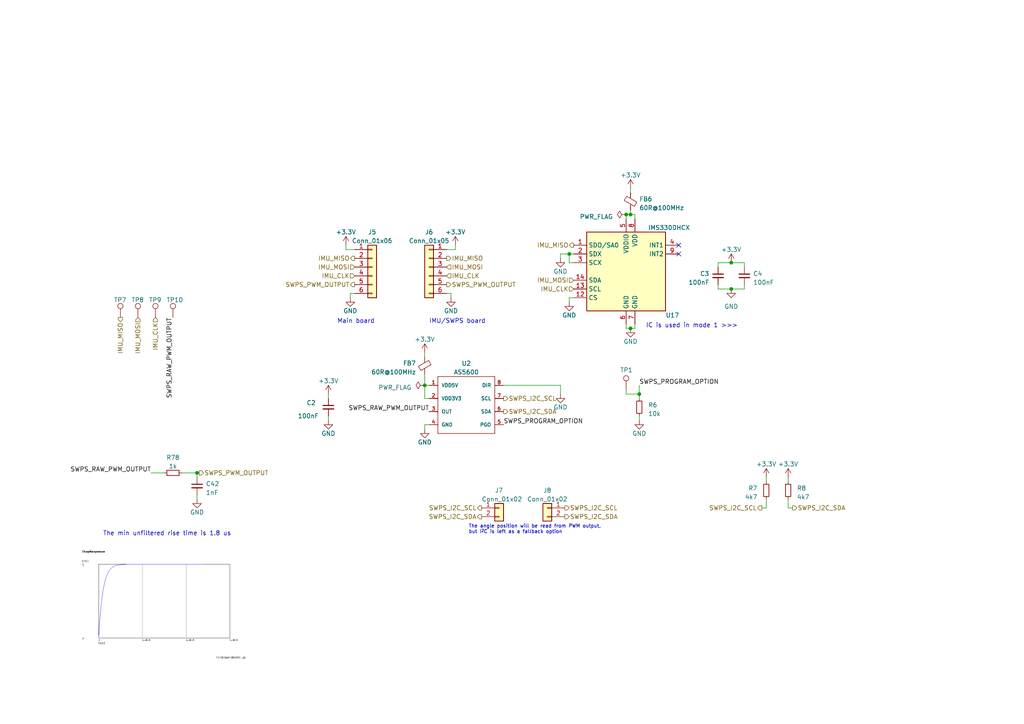
<source format=kicad_sch>
(kicad_sch (version 20230121) (generator eeschema)
  (paper "A4")
  (title_block (title "IMU and SWPS sensor") (date "2023-03-11") (rev "${REVISION}") (company "Author: Szymon Kostrubiec") (comment 1 "Reviewer:"))
  (lib_symbols
    (symbol "AS5600:AS5600" (pin_names (offset 1.016))
      (property "Reference" "U2" (at 0.635 12.7 0))
      (property "Value" "AS5600" (at 0.635 10.16 0))
      (symbol "AS5600_0_0"
        (polyline (pts (xy -7.62 -7.62) (xy -7.62 -5.08)) (stroke (width 0.1524)))
        (polyline (pts (xy -7.62 -5.08) (xy -8.89 -5.08)) (stroke (width 0.1524)))
        (polyline (pts (xy -7.62 -5.08) (xy -7.62 -1.27)) (stroke (width 0.1524)))
        (polyline (pts (xy -7.62 -1.27) (xy -8.89 -1.27)) (stroke (width 0.1524)))
        (polyline (pts (xy -7.62 -1.27) (xy -7.62 2.54)) (stroke (width 0.1524)))
        (polyline (pts (xy -7.62 2.54) (xy -8.89 2.54)) (stroke (width 0.1524)))
        (polyline (pts (xy -7.62 2.54) (xy -7.62 6.35)) (stroke (width 0.1524)))
        (polyline (pts (xy -7.62 6.35) (xy -8.89 6.35)) (stroke (width 0.1524)))
        (polyline (pts (xy -7.62 6.35) (xy -7.62 8.89)) (stroke (width 0.1524)))
        (polyline (pts (xy -7.62 8.89) (xy 8.89 8.89)) (stroke (width 0.1524)))
        (polyline (pts (xy 8.89 -7.62) (xy -7.62 -7.62)) (stroke (width 0.1524)))
        (polyline (pts (xy 8.89 -5.08) (xy 8.89 -7.62)) (stroke (width 0.1524)))
        (polyline (pts (xy 8.89 -1.27) (xy 8.89 -5.08)) (stroke (width 0.1524)))
        (polyline (pts (xy 8.89 2.54) (xy 8.89 -1.27)) (stroke (width 0.1524)))
        (polyline (pts (xy 8.89 6.35) (xy 8.89 2.54)) (stroke (width 0.1524)))
        (polyline (pts (xy 8.89 8.89) (xy 8.89 6.35)) (stroke (width 0.1524)))
        (polyline (pts (xy 10.16 -5.08) (xy 8.89 -5.08)) (stroke (width 0.1524)))
        (polyline (pts (xy 10.16 -1.27) (xy 8.89 -1.27)) (stroke (width 0.1524)))
        (polyline (pts (xy 10.16 2.54) (xy 8.89 2.54)) (stroke (width 0.1524)))
        (polyline (pts (xy 10.16 6.35) (xy 8.89 6.35)) (stroke (width 0.1524)))
        (pin power_in line (at -10.16 6.35 0) (length 2.54) (name "VDD5V") (number "1"))
        (pin power_in line (at -10.16 2.54 0) (length 2.54) (name "VDD3V3") (number "2"))
        (pin bidirectional line (at -10.16 -1.27 0) (length 2.54) (name "OUT") (number "3"))
        (pin power_in line (at -10.16 -5.08 0) (length 2.54) (name "GND") (number "4"))
        (pin bidirectional line (at 11.43 -5.08 180) (length 2.54) (name "PGO") (number "5"))
        (pin bidirectional line (at 11.43 -1.27 180) (length 2.54) (name "SDA") (number "6"))
        (pin bidirectional line (at 11.43 2.54 180) (length 2.54) (name "SCL") (number "7"))
        (pin input line (at 11.43 6.35 180) (length 2.54) (name "DIR") (number "8"))
      )
    )
    (symbol "Connector:TestPoint" (pin_numbers hide) (pin_names (offset 0.762) hide)
      (property "Reference" "TP" (at 0 6.858 0))
      (property "Value" "TestPoint" (at 0 5.08 0))
      (symbol "TestPoint_0_1"
        (circle (center 0 3.302) (radius 0.762))
      )
      (symbol "TestPoint_1_1"
        (pin passive line (at 0 0 90) (length 2.54) (name "1") (number "1"))
      )
    )
    (symbol "Connector_Generic:Conn_01x02" (pin_names (offset 1.016) hide)
      (property "Reference" "J" (at 0 2.54 0))
      (property "Value" "Conn_01x02" (at 0 -5.08 0))
      (symbol "Conn_01x02_1_1"
        (rectangle (start -1.27 -2.413) (end 0 -2.667) (stroke (width 0.1524)))
        (rectangle (start -1.27 0.127) (end 0 -0.127) (stroke (width 0.1524)))
        (rectangle (start -1.27 1.27) (end 1.27 -3.81) (stroke (width 0.254)) (fill (type background)))
        (pin passive line (at -5.08 0 0) (length 3.81) (name "Pin_1") (number "1"))
        (pin passive line (at -5.08 -2.54 0) (length 3.81) (name "Pin_2") (number "2"))
      )
    )
    (symbol "Connector_Generic:Conn_01x06" (pin_names (offset 1.016) hide)
      (property "Reference" "J" (at 0 7.62 0))
      (property "Value" "Conn_01x06" (at 0 -10.16 0))
      (symbol "Conn_01x06_1_1"
        (rectangle (start -1.27 -7.493) (end 0 -7.747) (stroke (width 0.1524)))
        (rectangle (start -1.27 -4.953) (end 0 -5.207) (stroke (width 0.1524)))
        (rectangle (start -1.27 -2.413) (end 0 -2.667) (stroke (width 0.1524)))
        (rectangle (start -1.27 0.127) (end 0 -0.127) (stroke (width 0.1524)))
        (rectangle (start -1.27 2.667) (end 0 2.413) (stroke (width 0.1524)))
        (rectangle (start -1.27 5.207) (end 0 4.953) (stroke (width 0.1524)))
        (rectangle (start -1.27 6.35) (end 1.27 -8.89) (stroke (width 0.254)) (fill (type background)))
        (pin passive line (at -5.08 5.08 0) (length 3.81) (name "Pin_1") (number "1"))
        (pin passive line (at -5.08 2.54 0) (length 3.81) (name "Pin_2") (number "2"))
        (pin passive line (at -5.08 0 0) (length 3.81) (name "Pin_3") (number "3"))
        (pin passive line (at -5.08 -2.54 0) (length 3.81) (name "Pin_4") (number "4"))
        (pin passive line (at -5.08 -5.08 0) (length 3.81) (name "Pin_5") (number "5"))
        (pin passive line (at -5.08 -7.62 0) (length 3.81) (name "Pin_6") (number "6"))
      )
    )
    (symbol "Device:C_Small" (pin_numbers hide) (pin_names (offset 0.254) hide)
      (property "Reference" "C" (at 0.254 1.778 0))
      (property "Value" "C_Small" (at 0.254 -2.032 0))
      (symbol "C_Small_0_1"
        (polyline (pts (xy -1.524 -0.508) (xy 1.524 -0.508)) (stroke (width 0.3302)))
        (polyline (pts (xy -1.524 0.508) (xy 1.524 0.508)) (stroke (width 0.3048)))
      )
      (symbol "C_Small_1_1"
        (pin passive line (at 0 2.54 270) (length 2.032) (name "~") (number "1"))
        (pin passive line (at 0 -2.54 90) (length 2.032) (name "~") (number "2"))
      )
    )
    (symbol "Device:FerriteBead_Small" (pin_numbers hide) (pin_names (offset 0))
      (property "Reference" "FB" (at 1.905 1.27 0))
      (property "Value" "FerriteBead_Small" (at 1.905 -1.27 0))
      (symbol "FerriteBead_Small_0_1"
        (polyline (pts (xy 0 -1.27) (xy 0 -0.7874)))
        (polyline (pts (xy 0 0.889) (xy 0 1.2954)))
        (polyline (pts (xy -1.8288 0.2794) (xy -1.1176 1.4986) (xy 1.8288 -0.2032) (xy 1.1176 -1.4224) (xy -1.8288 0.2794)))
      )
      (symbol "FerriteBead_Small_1_1"
        (pin passive line (at 0 2.54 270) (length 1.27) (name "~") (number "1"))
        (pin passive line (at 0 -2.54 90) (length 1.27) (name "~") (number "2"))
      )
    )
    (symbol "Device:R_Small" (pin_numbers hide) (pin_names (offset 0.254) hide)
      (property "Reference" "R" (at 0.762 0.508 0))
      (property "Value" "R_Small" (at 0.762 -1.016 0))
      (symbol "R_Small_0_1"
        (rectangle (start -0.762 1.778) (end 0.762 -1.778) (stroke (width 0.2032)))
      )
      (symbol "R_Small_1_1"
        (pin passive line (at 0 2.54 270) (length 0.762) (name "~") (number "1"))
        (pin passive line (at 0 -2.54 90) (length 0.762) (name "~") (number "2"))
      )
    )
    (symbol "ISM330DHCX:LSM6DS3"
      (property "Reference" "U" (at -11.43 15.24 0))
      (property "Value" "LSM6DS3" (at -11.43 12.7 0))
      (symbol "LSM6DS3_0_1"
        (rectangle (start 11.43 11.43) (end -11.43 -11.43) (stroke (width 0.254)) (fill (type background)))
      )
      (symbol "LSM6DS3_1_1"
        (pin bidirectional line (at -15.24 7.62 0) (length 3.81) (name "SDO/SA0") (number "1"))
        (pin no_connect line (at 10.16 -5.08 180) (length 3.81) hide (name "NC") (number "10"))
        (pin no_connect line (at 10.16 -2.54 180) (length 3.81) hide (name "NC") (number "11"))
        (pin input line (at -15.24 -7.62 0) (length 3.81) (name "CS") (number "12"))
        (pin input line (at -15.24 -5.08 0) (length 3.81) (name "SCL") (number "13"))
        (pin bidirectional line (at -15.24 -2.54 0) (length 3.81) (name "SDA") (number "14"))
        (pin power_in line (at -15.24 5.08 0) (length 3.81) (name "SDX") (number "2"))
        (pin power_in line (at -15.24 2.54 0) (length 3.81) (name "SCX") (number "3"))
        (pin output line (at 15.24 7.62 180) (length 3.81) (name "INT1") (number "4"))
        (pin power_in line (at 0 15.24 270) (length 3.81) (name "VDDIO") (number "5"))
        (pin power_in line (at 0 -15.24 90) (length 3.81) (name "GND") (number "6"))
        (pin power_in line (at 2.54 -15.24 90) (length 3.81) (name "GND") (number "7"))
        (pin power_in line (at 2.54 15.24 270) (length 3.81) (name "VDD") (number "8"))
        (pin output line (at 15.24 5.08 180) (length 3.81) (name "INT2") (number "9"))
      )
    )
    (symbol "power:+3.3V" (power) (pin_names (offset 0))
      (property "Value" "+3.3V" (at 0 3.556 0))
      (symbol "+3.3V_0_1"
        (polyline (pts (xy -0.762 1.27) (xy 0 2.54)))
        (polyline (pts (xy 0 0) (xy 0 2.54)))
        (polyline (pts (xy 0 2.54) (xy 0.762 1.27)))
      )
      (symbol "+3.3V_1_1"
        (pin power_in line (at 0 0 90) (length 0) hide (name "+3.3V") (number "1"))
      )
    )
    (symbol "power:GND" (power) (pin_names (offset 0))
      (property "Value" "GND" (at 0 -3.81 0))
      (symbol "GND_0_1"
        (polyline (pts (xy 0 0) (xy 0 -1.27) (xy 1.27 -1.27) (xy 0 -2.54) (xy -1.27 -1.27) (xy 0 -1.27)))
      )
      (symbol "GND_1_1"
        (pin power_in line (at 0 0 270) (length 0) hide (name "GND") (number "1"))
      )
    )
    (symbol "power:PWR_FLAG" (power) (pin_numbers hide) (pin_names (offset 0) hide)
      (property "Value" "PWR_FLAG" (at 0 3.81 0))
      (symbol "PWR_FLAG_0_0"
        (pin power_out line (at 0 0 90) (length 0) (name "pwr") (number "1"))
      )
      (symbol "PWR_FLAG_0_1"
        (polyline (pts (xy 0 0) (xy 0 1.27) (xy -1.016 1.905) (xy 0 2.54) (xy 1.016 1.905) (xy 0 1.27)))
      )
    )
  )
  (junction (at 181.61 62.23))
  (junction (at 123.19 111.76))
  (junction (at 212.09 83.82))
  (junction (at 57.15 137.16))
  (junction (at 165.1 73.66))
  (junction (at 212.09 76.2))
  (junction (at 185.42 114.3))
  (junction (at 182.88 95.25))
  (junction (at 182.88 62.23))
  (no_connect (at 196.85 73.66))
  (no_connect (at 196.85 71.12))
  (wire (pts (xy 132.08 72.39) (xy 132.08 71.12)))
  (wire (pts (xy 181.61 93.98) (xy 181.61 95.25)))
  (wire (pts (xy 184.15 95.25) (xy 182.88 95.25)))
  (wire (pts (xy 185.42 111.76) (xy 185.42 114.3)))
  (wire (pts (xy 165.1 73.66) (xy 162.56 73.66)))
  (wire (pts (xy 101.6 86.36) (xy 101.6 85.09)))
  (wire (pts (xy 215.9 77.47) (xy 215.9 76.2)))
  (wire (pts (xy 102.87 72.39) (xy 100.33 72.39)))
  (wire (pts (xy 95.25 114.3) (xy 95.25 115.57)))
  (wire (pts (xy 228.6 147.32) (xy 228.6 144.78)))
  (wire (pts (xy 129.54 72.39) (xy 132.08 72.39)))
  (wire (pts (xy 228.6 138.43) (xy 228.6 139.7)))
  (wire (pts (xy 166.37 73.66) (xy 165.1 73.66)))
  (wire (pts (xy 182.88 60.96) (xy 182.88 62.23)))
  (wire (pts (xy 184.15 63.5) (xy 184.15 62.23)))
  (wire (pts (xy 162.56 114.3) (xy 162.56 111.76)))
  (wire (pts (xy 123.19 111.76) (xy 124.46 111.76)))
  (wire (pts (xy 215.9 76.2) (xy 212.09 76.2)))
  (wire (pts (xy 184.15 93.98) (xy 184.15 95.25)))
  (wire (pts (xy 181.61 62.23) (xy 182.88 62.23)))
  (wire (pts (xy 57.15 143.51) (xy 57.15 144.78)))
  (wire (pts (xy 123.19 111.76) (xy 123.19 115.57)))
  (wire (pts (xy 101.6 85.09) (xy 102.87 85.09)))
  (wire (pts (xy 95.25 120.65) (xy 95.25 121.92)))
  (wire (pts (xy 215.9 83.82) (xy 212.09 83.82)))
  (wire (pts (xy 52.705 137.16) (xy 57.15 137.16)))
  (wire (pts (xy 57.15 137.16) (xy 57.785 137.16)))
  (wire (pts (xy 182.88 62.23) (xy 184.15 62.23)))
  (wire (pts (xy 222.25 138.43) (xy 222.25 139.7)))
  (wire (pts (xy 181.61 95.25) (xy 182.88 95.25)))
  (wire (pts (xy 123.19 102.235) (xy 123.19 103.505)))
  (wire (pts (xy 123.19 115.57) (xy 124.46 115.57)))
  (wire (pts (xy 146.05 111.76) (xy 162.56 111.76)))
  (wire (pts (xy 130.81 86.36) (xy 130.81 85.09)))
  (wire (pts (xy 123.19 123.19) (xy 124.46 123.19)))
  (wire (pts (xy 165.1 76.2) (xy 165.1 73.66)))
  (wire (pts (xy 185.42 114.3) (xy 185.42 115.57)))
  (wire (pts (xy 166.37 76.2) (xy 165.1 76.2)))
  (wire (pts (xy 208.28 77.47) (xy 208.28 76.2)))
  (wire (pts (xy 208.28 82.55) (xy 208.28 83.82)))
  (wire (pts (xy 208.28 76.2) (xy 212.09 76.2)))
  (wire (pts (xy 57.15 137.16) (xy 57.15 138.43)))
  (wire (pts (xy 123.19 124.46) (xy 123.19 123.19)))
  (wire (pts (xy 185.42 120.65) (xy 185.42 121.92)))
  (wire (pts (xy 229.87 147.32) (xy 228.6 147.32)))
  (wire (pts (xy 181.61 113.03) (xy 181.61 114.3)))
  (wire (pts (xy 220.98 147.32) (xy 222.25 147.32)))
  (wire (pts (xy 165.1 86.36) (xy 166.37 86.36)))
  (wire (pts (xy 215.9 82.55) (xy 215.9 83.82)))
  (wire (pts (xy 123.19 108.585) (xy 123.19 111.76)))
  (wire (pts (xy 100.33 72.39) (xy 100.33 71.12)))
  (wire (pts (xy 130.81 85.09) (xy 129.54 85.09)))
  (wire (pts (xy 165.1 87.63) (xy 165.1 86.36)))
  (wire (pts (xy 43.815 137.16) (xy 47.625 137.16)))
  (wire (pts (xy 181.61 63.5) (xy 181.61 62.23)))
  (wire (pts (xy 222.25 147.32) (xy 222.25 144.78)))
  (wire (pts (xy 182.88 54.61) (xy 182.88 55.88)))
  (wire (pts (xy 208.28 83.82) (xy 212.09 83.82)))
  (wire (pts (xy 162.56 73.66) (xy 162.56 74.93)))
  (wire (pts (xy 181.61 114.3) (xy 185.42 114.3)))
  (image (at 47.625 175.26) (scale 0.936647))
  (image (at 395.605 86.36) (scale 2.6627))
  (text "IC is used in mode 1 >>>" (at 187.325 95.25 0) (effects (font (size 1.27 1.27)) (justify left bottom)))
  (text "The angle position will be read from PWM output,\nbut I^{2}C is left as a fallback option" (at 135.89 154.94 0) (effects (font (size 1 1)) (justify left bottom)))
  (text "Main board" (at 97.79 93.98 0) (effects (font (size 1.27 1.27)) (justify left bottom)))
  (text "The min unfiltered rise time is 1.8 us" (at 29.845 155.575 0) (effects (font (size 1.27 1.27)) (justify left bottom)))
  (text "IMU/SWPS board" (at 124.46 93.98 0) (effects (font (size 1.27 1.27)) (justify left bottom)))
  (label "SWPS_PROGRAM_OPTION" (at 185.42 111.76 0))
  (label "SWPS_RAW_PWM_OUTPUT" (at 43.815 137.16 180))
  (label "SWPS_RAW_PWM_OUTPUT" (at 124.46 119.38 180))
  (label "SWPS_PROGRAM_OPTION" (at 146.05 123.19 0))
  (label "SWPS_RAW_PWM_OUTPUT" (at 50.165 92.075 270))
  (hierarchical_label "IMU_MOSI" (shape input) (at 129.54 77.47 0))
  (hierarchical_label "SWPS_PWM_OUTPUT" (shape output) (at 57.785 137.16 0))
  (hierarchical_label "SWPS_I2C_SDA" (shape output) (at 163.83 149.86 0))
  (hierarchical_label "IMU_CLK" (shape input) (at 102.87 80.01 180))
  (hierarchical_label "IMU_CLK" (shape input) (at 166.37 83.82 180))
  (hierarchical_label "IMU_MISO" (shape output) (at 166.37 71.12 180))
  (hierarchical_label "IMU_CLK" (shape input) (at 45.085 92.075 270))
  (hierarchical_label "IMU_MISO" (shape output) (at 102.87 74.93 180))
  (hierarchical_label "IMU_MOSI" (shape input) (at 102.87 77.47 180))
  (hierarchical_label "SWPS_I2C_SCL" (shape output) (at 146.05 115.57 0))
  (hierarchical_label "SWPS_I2C_SDA" (shape output) (at 146.05 119.38 0))
  (hierarchical_label "SWPS_I2C_SDA" (shape output) (at 139.7 149.86 180))
  (hierarchical_label "SWPS_PWM_OUTPUT" (shape output) (at 102.87 82.55 180))
  (hierarchical_label "SWPS_I2C_SCL" (shape output) (at 163.83 147.32 0))
  (hierarchical_label "SWPS_PWM_OUTPUT" (shape output) (at 129.54 82.55 0))
  (hierarchical_label "SWPS_I2C_SCL" (shape output) (at 220.98 147.32 180))
  (hierarchical_label "IMU_MOSI" (shape input) (at 40.005 92.075 270))
  (hierarchical_label "IMU_MISO" (shape output) (at 129.54 74.93 0))
  (hierarchical_label "IMU_MISO" (shape output) (at 34.925 92.075 270))
  (hierarchical_label "SWPS_I2C_SCL" (shape output) (at 139.7 147.32 180))
  (hierarchical_label "IMU_MOSI" (shape input) (at 166.37 81.28 180))
  (hierarchical_label "IMU_CLK" (shape input) (at 129.54 80.01 0))
  (hierarchical_label "SWPS_I2C_SDA" (shape output) (at 229.87 147.32 0))
  (symbol (lib_id "power:GND") (at 57.15 144.78 0) (unit 1)
    (property "Reference" "#PWR0137" (effects hide))
    (property "Value" "GND" (at 57.15 148.59 0))
  )
  (symbol (lib_id "power:GND") (at 165.1 87.63 0) (unit 1)
    (property "Reference" "#PWR027" (effects hide))
    (property "Value" "GND" (at 165.1 91.44 0))
  )
  (symbol (lib_id "Connector:TestPoint") (at 181.61 113.03 0) (unit 1)
    (property "Reference" "TP1" (at 183.515 107.315 0) (effects (justify right)))
    (property "Value" "TestPoint" (effects hide))
  )
  (symbol (lib_id "power:GND") (at 123.19 124.46 0) (unit 1)
    (property "Reference" "#PWR022" (effects hide))
    (property "Value" "GND" (at 123.19 128.27 0))
  )
  (symbol (lib_id "power:GND") (at 162.56 74.93 0) (unit 1)
    (property "Reference" "#PWR025" (effects hide))
    (property "Value" "GND" (at 162.56 78.74 0))
  )
  (symbol (lib_id "Connector_Generic:Conn_01x06") (at 124.46 77.47 0) (mirror y) (unit 1)
    (property "Reference" "J6" (at 124.46 67.31 0))
    (property "Value" "Conn_01x05" (at 124.46 69.85 0))
  )
  (symbol (lib_id "power:GND") (at 182.88 95.25 0) (unit 1)
    (property "Reference" "#PWR029" (effects hide))
    (property "Value" "GND" (at 182.88 99.06 0))
  )
  (symbol (lib_id "Device:FerriteBead_Small") (at 123.19 106.045 0) (mirror y) (unit 1)
    (property "Reference" "FB7" (at 120.65 105.3719 0) (effects (justify left)))
    (property "Value" "60R@100MHz" (at 120.65 107.9119 0) (effects (justify left)))
  )
  (symbol (lib_id "power:GND") (at 95.25 121.92 0) (unit 1)
    (property "Reference" "#PWR018" (effects hide))
    (property "Value" "GND" (at 95.25 125.73 0))
  )
  (symbol (lib_id "Connector_Generic:Conn_01x02") (at 144.78 147.32 0) (unit 1)
    (property "Reference" "J7" (at 143.51 142.24 0) (effects (justify left)))
    (property "Value" "Conn_01x02" (at 139.7 144.78 0) (effects (justify left)))
  )
  (symbol (lib_id "Device:FerriteBead_Small") (at 182.88 58.42 0) (unit 1)
    (property "Reference" "FB6" (at 185.42 57.7469 0) (effects (justify left)))
    (property "Value" "60R@100MHz" (at 185.42 60.2869 0) (effects (justify left)))
  )
  (symbol (lib_id "power:+3.3V") (at 100.33 71.12 0) (unit 1)
    (property "Reference" "#PWR019" (effects hide))
    (property "Value" "+3.3V" (at 100.33 67.31 0))
  )
  (symbol (lib_id "power:+3.3V") (at 182.88 54.61 0) (unit 1)
    (property "Reference" "#PWR028" (effects hide))
    (property "Value" "+3.3V" (at 182.88 50.8 0))
  )
  (symbol (lib_id "Connector_Generic:Conn_01x06") (at 107.95 77.47 0) (unit 1)
    (property "Reference" "J5" (at 107.95 67.31 0))
    (property "Value" "Conn_01x06" (at 107.95 69.85 0))
  )
  (symbol (lib_id "power:+3.3V") (at 228.6 138.43 0) (unit 1)
    (property "Reference" "#PWR034" (effects hide))
    (property "Value" "+3.3V" (at 228.6 134.62 0))
  )
  (symbol (lib_id "AS5600:AS5600") (at 134.62 118.11 0) (unit 1)
    (property "Reference" "U2" (at 135.255 105.41 0))
    (property "Value" "AS5600" (at 135.255 107.95 0))
    (property "Footprint" "AS5600" (effects hide))
    (property "Datasheet" "https://www.mouser.pl/datasheet/2/588/AS5600_DS000365_5_00-1877365.pdf" (effects hide))
  )
  (symbol (lib_id "power:+3.3V") (at 222.25 138.43 0) (unit 1)
    (property "Reference" "#PWR033" (effects hide))
    (property "Value" "+3.3V" (at 222.25 134.62 0))
  )
  (symbol (lib_id "Device:C_Small") (at 57.15 140.97 0) (unit 1)
    (property "Reference" "C42" (at 59.69 140.3413 0) (effects (justify left)))
    (property "Value" "1nF" (at 59.69 142.8813 0) (effects (justify left)))
  )
  (symbol (lib_id "power:GND") (at 212.09 83.82 0) (unit 1)
    (property "Reference" "#PWR032" (effects hide))
    (property "Value" "GND" (at 212.09 88.9 0))
  )
  (symbol (lib_id "Connector:TestPoint") (at 34.925 92.075 0) (unit 1)
    (property "Reference" "TP7" (at 33.02 86.995 0) (effects (justify left)))
    (property "Value" "TestPoint" (effects hide))
  )
  (symbol (lib_id "Device:C_Small") (at 95.25 118.11 0) (unit 1)
    (property "Reference" "C2" (at 88.9 116.84 0) (effects (justify left)))
    (property "Value" "100nF" (at 86.36 120.65 0) (effects (justify left)))
  )
  (symbol (lib_id "power:+3.3V") (at 212.09 76.2 0) (unit 1)
    (property "Reference" "#PWR031" (effects hide))
    (property "Value" "+3.3V" (at 212.09 72.39 0))
  )
  (symbol (lib_id "Device:C_Small") (at 208.28 80.01 0) (mirror y) (unit 1)
    (property "Reference" "C3" (at 205.74 79.3813 0) (effects (justify left)))
    (property "Value" "100nF" (at 205.74 81.9213 0) (effects (justify left)))
  )
  (symbol (lib_id "power:GND") (at 162.56 114.3 0) (unit 1)
    (property "Reference" "#PWR026" (effects hide))
    (property "Value" "GND" (at 162.56 118.11 0))
  )
  (symbol (lib_id "Device:R_Small") (at 222.25 142.24 0) (mirror y) (unit 1)
    (property "Reference" "R7" (at 219.71 141.605 0) (effects (justify left)))
    (property "Value" "4k7" (at 219.71 144.145 0) (effects (justify left)))
  )
  (symbol (lib_id "ISM330DHCX:LSM6DS3") (at 181.61 78.74 0) (unit 1)
    (property "Reference" "U17" (at 193.04 91.44 0) (effects (justify left)))
    (property "Value" "IMS330DHCX" (at 187.96 66.04 0) (effects (justify left)))
    (property "Footprint" "Package_LGA:LGA-14_3x2.5mm_P0.5mm_LayoutBorder3x4y" (effects hide))
    (property "Datasheet" "https://www.st.com/en/mems-and-sensors/ism330dhcx.html" (effects hide))
    (instances (project "karta_pomiarowa_v2" (path "" (reference "U17") (unit 1))) (project "PUTM_EV_Frontbox_2023" (path "" (reference "U?") (unit 1)) (path "" (reference "U3") (unit 1))))
  )
  (symbol (lib_id "Connector:TestPoint") (at 40.005 92.075 0) (unit 1)
    (property "Reference" "TP8" (at 38.1 86.995 0) (effects (justify left)))
    (property "Value" "TestPoint" (effects hide))
  )
  (symbol (lib_id "Device:R_Small") (at 228.6 142.24 0) (unit 1)
    (property "Reference" "R8" (at 231.14 141.605 0) (effects (justify left)))
    (property "Value" "4k7" (at 231.14 144.145 0) (effects (justify left)))
  )
  (symbol (lib_id "Device:R_Small") (at 50.165 137.16 90) (unit 1)
    (property "Reference" "R78" (at 50.165 132.715 90))
    (property "Value" "1k" (at 50.165 135.255 90))
  )
  (symbol (lib_id "Device:C_Small") (at 215.9 80.01 0) (unit 1)
    (property "Reference" "C4" (at 218.44 79.3813 0) (effects (justify left)))
    (property "Value" "100nF" (at 218.44 81.9213 0) (effects (justify left)))
  )
  (symbol (lib_id "Connector:TestPoint") (at 45.085 92.075 0) (unit 1)
    (property "Reference" "TP9" (at 43.18 86.995 0) (effects (justify left)))
    (property "Value" "TestPoint" (effects hide))
  )
  (symbol (lib_id "power:GND") (at 130.81 86.36 0) (unit 1)
    (property "Reference" "#PWR023" (effects hide))
    (property "Value" "GND" (at 130.81 90.17 0))
  )
  (symbol (lib_id "Connector_Generic:Conn_01x02") (at 158.75 147.32 0) (mirror y) (unit 1)
    (property "Reference" "J8" (at 158.75 142.24 0))
    (property "Value" "Conn_01x02" (at 158.75 144.78 0))
  )
  (symbol (lib_id "power:+3.3V") (at 123.19 102.235 0) (unit 1)
    (property "Reference" "#PWR021" (effects hide))
    (property "Value" "+3.3V" (at 123.19 98.425 0))
  )
  (symbol (lib_id "power:PWR_FLAG") (at 123.19 111.76 90) (unit 1)
    (property "Reference" "#FLG010" (effects hide))
    (property "Value" "PWR_FLAG" (at 119.38 112.395 90) (effects (justify left)))
  )
  (symbol (lib_id "power:+3.3V") (at 95.25 114.3 0) (unit 1)
    (property "Reference" "#PWR017" (effects hide))
    (property "Value" "+3.3V" (at 95.25 110.49 0))
  )
  (symbol (lib_id "power:GND") (at 185.42 121.92 0) (unit 1)
    (property "Reference" "#PWR030" (effects hide))
    (property "Value" "GND" (at 185.42 125.73 0))
  )
  (symbol (lib_id "power:PWR_FLAG") (at 181.61 62.23 90) (unit 1)
    (property "Reference" "#FLG011" (effects hide))
    (property "Value" "PWR_FLAG" (at 177.8 62.865 90) (effects (justify left)))
  )
  (symbol (lib_id "Device:R_Small") (at 185.42 118.11 0) (unit 1)
    (property "Reference" "R6" (at 187.96 117.475 0) (effects (justify left)))
    (property "Value" "10k" (at 187.96 120.015 0) (effects (justify left)))
  )
  (symbol (lib_id "power:+3.3V") (at 132.08 71.12 0) (unit 1)
    (property "Reference" "#PWR024" (effects hide))
    (property "Value" "+3.3V" (at 132.08 67.31 0))
  )
  (symbol (lib_id "power:GND") (at 101.6 86.36 0) (mirror y) (unit 1)
    (property "Reference" "#PWR020" (effects hide))
    (property "Value" "GND" (at 101.6 90.17 0))
  )
  (symbol (lib_id "Connector:TestPoint") (at 50.165 92.075 0) (unit 1)
    (property "Reference" "TP10" (at 48.26 86.995 0) (effects (justify left)))
    (property "Value" "TestPoint" (effects hide))
  )
)
</source>
